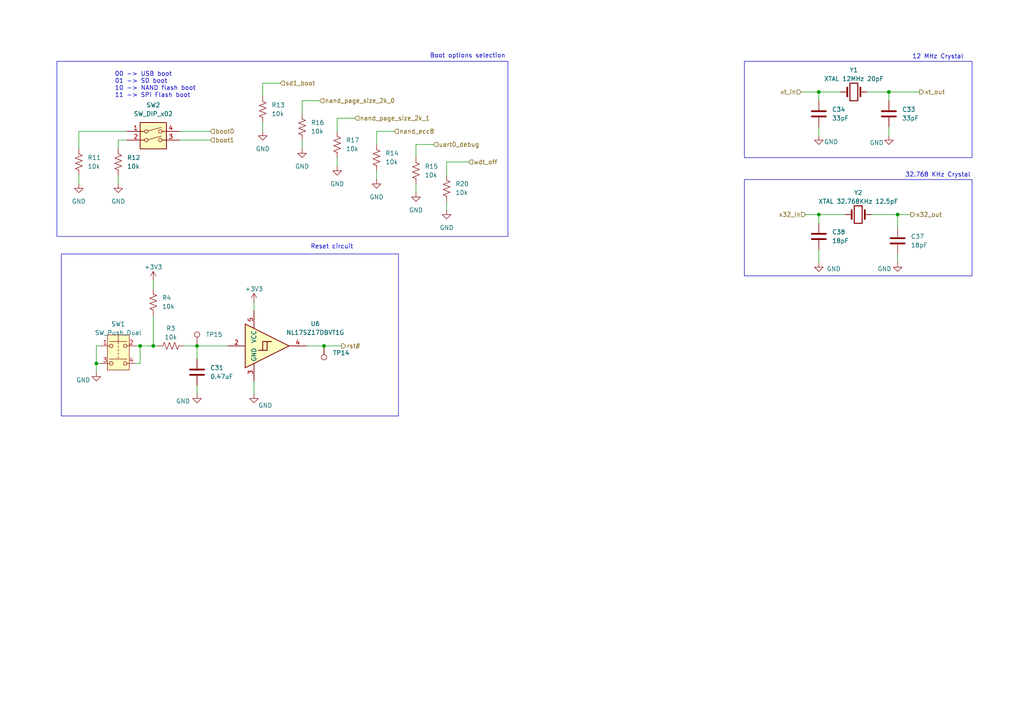
<source format=kicad_sch>
(kicad_sch (version 20250114) (generator "eeschema") (generator_version "9.0")
  (paper "A4")
  (lib_symbols
    (symbol "74xGxx:74AUP1G17"
      (property "Reference" "U" (at 0 3.81 0))
      (property "Value" "74AUP1G17" (at 0 -3.81 0))
      (symbol "74AUP1G17_0_1"
        (polyline (pts (xy -7.62 6.35) (xy -7.62 -6.35) (xy 5.08 0) (xy -7.62 6.35)) (stroke (width 0.254)) (fill (type background)))
        (polyline (pts (xy -3.81 -1.27) (xy -2.54 -1.27) (xy -2.54 1.27) (xy -1.27 1.27)) (stroke (width 0.254)) (fill (type background)))
        (polyline (pts (xy -2.54 -1.27) (xy -1.27 -1.27) (xy -1.27 1.27) (xy 0 1.27)) (stroke (width 0.254)) (fill (type background)))
      )
      (symbol "74AUP1G17_1_1"
        (pin input line (at -12.7 0 0) (length 5.08) (name "~") (number "2"))
        (pin no_connect line (at -7.62 5.08 180) (length 5.08) (hide yes) (name "NC") (number "1"))
        (pin power_in line (at -5.08 10.16 270) (length 5.08) (name "VCC") (number "5"))
        (pin power_in line (at -5.08 -10.16 90) (length 5.08) (name "GND") (number "3"))
        (pin output line (at 10.16 0 180) (length 5.08) (name "~") (number "4"))
      )
    )
    (symbol "Connector:TestPoint" (pin_numbers (hide yes)) (pin_names (offset 0.762) (hide yes))
      (property "Reference" "TP" (at 0 6.858 0))
      (property "Value" "TestPoint" (at 0 5.08 0))
      (symbol "TestPoint_0_1"
        (circle (center 0 3.302) (radius 0.762))
      )
      (symbol "TestPoint_1_1"
        (pin passive line (at 0 0 90) (length 2.54) (name "1") (number "1"))
      )
    )
    (symbol "Device:C" (pin_numbers (hide yes)) (pin_names (offset 0.254))
      (property "Reference" "C" (at 0.635 2.54 0))
      (property "Value" "C" (at 0.635 -2.54 0))
      (symbol "C_0_1"
        (polyline (pts (xy -2.032 0.762) (xy 2.032 0.762)) (stroke (width 0.508)))
        (polyline (pts (xy -2.032 -0.762) (xy 2.032 -0.762)) (stroke (width 0.508)))
      )
      (symbol "C_1_1"
        (pin passive line (at 0 3.81 270) (length 2.794) (name "~") (number "1"))
        (pin passive line (at 0 -3.81 90) (length 2.794) (name "~") (number "2"))
      )
    )
    (symbol "Device:Crystal" (pin_numbers (hide yes)) (pin_names (offset 1.016) (hide yes))
      (property "Reference" "Y" (at 0 3.81 0))
      (property "Value" "Crystal" (at 0 -3.81 0))
      (symbol "Crystal_0_1"
        (polyline (pts (xy -2.54 0) (xy -1.905 0)))
        (polyline (pts (xy -1.905 -1.27) (xy -1.905 1.27)) (stroke (width 0.508)))
        (rectangle (start -1.143 2.54) (end 1.143 -2.54) (stroke (width 0.3048)))
        (polyline (pts (xy 1.905 -1.27) (xy 1.905 1.27)) (stroke (width 0.508)))
        (polyline (pts (xy 2.54 0) (xy 1.905 0)))
      )
      (symbol "Crystal_1_1"
        (pin passive line (at -3.81 0 0) (length 1.27) (name "1") (number "1"))
        (pin passive line (at 3.81 0 180) (length 1.27) (name "2") (number "2"))
      )
    )
    (symbol "Device:R_US" (pin_numbers (hide yes)) (pin_names (offset 0))
      (property "Reference" "R" (at 2.54 0 90))
      (property "Value" "R_US" (at -2.54 0 90))
      (symbol "R_US_0_1"
        (polyline (pts (xy 0 2.286) (xy 0 2.54)))
        (polyline (pts (xy 0 2.286) (xy 1.016 1.905) (xy 0 1.524) (xy -1.016 1.143) (xy 0 0.762)))
        (polyline (pts (xy 0 0.762) (xy 1.016 0.381) (xy 0 0) (xy -1.016 -0.381) (xy 0 -0.762)))
        (polyline (pts (xy 0 -0.762) (xy 1.016 -1.143) (xy 0 -1.524) (xy -1.016 -1.905) (xy 0 -2.286)))
        (polyline (pts (xy 0 -2.286) (xy 0 -2.54)))
      )
      (symbol "R_US_1_1"
        (pin passive line (at 0 3.81 270) (length 1.27) (name "~") (number "1"))
        (pin passive line (at 0 -3.81 90) (length 1.27) (name "~") (number "2"))
      )
    )
    (symbol "Switch:SW_DIP_x02" (pin_names (offset 0) (hide yes))
      (property "Reference" "SW" (at 0 6.35 0))
      (property "Value" "SW_DIP_x02" (at 0 -3.81 0))
      (symbol "SW_DIP_x02_0_0"
        (circle (center -2.032 2.54) (radius 0.508))
        (circle (center -2.032 0) (radius 0.508))
        (polyline (pts (xy -1.524 2.667) (xy 2.3622 3.7084)))
        (polyline (pts (xy -1.524 0.127) (xy 2.3622 1.1684)))
        (circle (center 2.032 2.54) (radius 0.508))
        (circle (center 2.032 0) (radius 0.508))
      )
      (symbol "SW_DIP_x02_0_1"
        (rectangle (start -3.81 5.08) (end 3.81 -2.54) (stroke (width 0.254)) (fill (type background)))
      )
      (symbol "SW_DIP_x02_1_1"
        (pin passive line (at -7.62 2.54 0) (length 5.08) (name "~") (number "1"))
        (pin passive line (at -7.62 0 0) (length 5.08) (name "~") (number "2"))
        (pin passive line (at 7.62 2.54 180) (length 5.08) (name "~") (number "4"))
        (pin passive line (at 7.62 0 180) (length 5.08) (name "~") (number "3"))
      )
    )
    (symbol "Switch:SW_Push_Dual" (pin_names (offset 1.016) (hide yes))
      (property "Reference" "SW" (at 0 7.62 0))
      (property "Value" "SW_Push_Dual" (at 0 -6.35 0))
      (symbol "SW_Push_Dual_0_1"
        (circle (center -2.032 2.54) (radius 0.508))
        (circle (center -2.032 -2.54) (radius 0.508))
        (polyline (pts (xy 0 3.81) (xy 0 5.588)))
        (polyline (pts (xy 0 3.048) (xy 0 3.556)))
        (polyline (pts (xy 0 2.032) (xy 0 2.54)))
        (polyline (pts (xy 0 1.016) (xy 0 1.524)))
        (polyline (pts (xy 0 0.508) (xy 0 0)))
        (polyline (pts (xy 0 -0.508) (xy 0 -1.016)))
        (circle (center 2.032 2.54) (radius 0.508))
        (circle (center 2.032 -2.54) (radius 0.508))
        (polyline (pts (xy 2.54 3.81) (xy -2.54 3.81)))
        (polyline (pts (xy 2.54 -1.27) (xy -2.54 -1.27)))
        (pin passive line (at -5.08 2.54 0) (length 2.54) (name "1") (number "1"))
        (pin passive line (at -5.08 -2.54 0) (length 2.54) (name "3") (number "3"))
        (pin passive line (at 5.08 2.54 180) (length 2.54) (name "2") (number "2"))
        (pin passive line (at 5.08 -2.54 180) (length 2.54) (name "4") (number "4"))
      )
      (symbol "SW_Push_Dual_1_1"
        (rectangle (start -3.175 5.715) (end 3.175 -4.445) (fill (type background)))
      )
    )
    (symbol "power:+3V3" (power) (pin_numbers (hide yes)) (pin_names (offset 0) (hide yes))
      (property "Value" "+3V3" (at 0 3.556 0))
      (symbol "+3V3_0_1"
        (polyline (pts (xy -0.762 1.27) (xy 0 2.54)))
        (polyline (pts (xy 0 2.54) (xy 0.762 1.27)))
        (polyline (pts (xy 0 0) (xy 0 2.54)))
      )
      (symbol "+3V3_1_1"
        (pin power_in line (at 0 0 90) (length 0) (name "~") (number "1"))
      )
    )
    (symbol "power:GND" (power) (pin_numbers (hide yes)) (pin_names (offset 0) (hide yes))
      (property "Value" "GND" (at 0 -3.81 0))
      (symbol "GND_0_1"
        (polyline (pts (xy 0 0) (xy 0 -1.27) (xy 1.27 -1.27) (xy 0 -2.54) (xy -1.27 -1.27) (xy 0 -1.27)))
      )
      (symbol "GND_1_1"
        (pin power_in line (at 0 0 270) (length 0) (name "~") (number "1"))
      )
    )
  )
  (rectangle (start 215.9 17.78) (end 281.94 45.72))
  (rectangle (start 17.78 73.66) (end 115.57 120.65))
  (rectangle (start 16.51 17.78) (end 147.32 68.58))
  (rectangle (start 215.9 52.07) (end 281.94 80.01))
  (text "Boot options selection" (at 135.636 16.256 0) (effects (font (size 1.27 1.27))))
  (text "Reset circuit" (at 96.266 71.628 0) (effects (font (size 1.27 1.27))))
  (text "00 -> USB boot\n01 -> SD boot\n10 -> NAND flash boot\n11 -> SPI Flash boot" (at 33.274 24.638 0) (effects (font (size 1.27 1.27)) (justify left)))
  (text "12 MHz Crystal" (at 272.034 16.51 0) (effects (font (size 1.27 1.27))))
  (text "32.768 KHz Crystal" (at 272.034 50.8 0) (effects (font (size 1.27 1.27))))
  (junction (at 260.35 62.23))
  (junction (at 40.64 100.33))
  (junction (at 257.81 26.67))
  (junction (at 237.49 62.23))
  (junction (at 93.98 100.33))
  (junction (at 57.15 100.33))
  (junction (at 237.49 26.67))
  (junction (at 44.45 100.33))
  (junction (at 27.94 105.41))
  (wire (pts (xy 57.15 100.33) (xy 57.15 104.14)))
  (wire (pts (xy 102.87 34.29) (xy 97.79 34.29)))
  (wire (pts (xy 237.49 72.39) (xy 237.49 76.2)))
  (wire (pts (xy 53.34 100.33) (xy 57.15 100.33)))
  (wire (pts (xy 260.35 62.23) (xy 260.35 66.04)))
  (wire (pts (xy 120.65 53.34) (xy 120.65 55.88)))
  (wire (pts (xy 260.35 73.66) (xy 260.35 76.2)))
  (wire (pts (xy 97.79 45.72) (xy 97.79 48.26)))
  (wire (pts (xy 129.54 58.42) (xy 129.54 60.96)))
  (wire (pts (xy 251.46 26.67) (xy 257.81 26.67)))
  (wire (pts (xy 88.9 100.33) (xy 93.98 100.33)))
  (wire (pts (xy 232.41 26.67) (xy 237.49 26.67)))
  (wire (pts (xy 39.37 105.41) (xy 40.64 105.41)))
  (wire (pts (xy 29.21 100.33) (xy 27.94 100.33)))
  (wire (pts (xy 76.2 24.13) (xy 76.2 27.94)))
  (wire (pts (xy 97.79 34.29) (xy 97.79 38.1)))
  (wire (pts (xy 93.98 100.33) (xy 99.06 100.33)))
  (wire (pts (xy 237.49 62.23) (xy 245.11 62.23)))
  (wire (pts (xy 34.29 43.18) (xy 34.29 40.64)))
  (wire (pts (xy 87.63 40.64) (xy 87.63 43.18)))
  (wire (pts (xy 22.86 38.1) (xy 22.86 43.18)))
  (wire (pts (xy 109.22 38.1) (xy 109.22 41.91)))
  (wire (pts (xy 36.83 38.1) (xy 22.86 38.1)))
  (wire (pts (xy 57.15 100.33) (xy 66.04 100.33)))
  (wire (pts (xy 233.68 62.23) (xy 237.49 62.23)))
  (wire (pts (xy 120.65 41.91) (xy 120.65 45.72)))
  (wire (pts (xy 257.81 26.67) (xy 266.7 26.67)))
  (wire (pts (xy 34.29 40.64) (xy 36.83 40.64)))
  (wire (pts (xy 237.49 26.67) (xy 237.49 29.21)))
  (wire (pts (xy 114.3 38.1) (xy 109.22 38.1)))
  (wire (pts (xy 73.66 87.63) (xy 73.66 90.17)))
  (wire (pts (xy 243.84 26.67) (xy 237.49 26.67)))
  (wire (pts (xy 40.64 100.33) (xy 44.45 100.33)))
  (wire (pts (xy 27.94 105.41) (xy 29.21 105.41)))
  (wire (pts (xy 73.66 110.49) (xy 73.66 114.3)))
  (wire (pts (xy 76.2 35.56) (xy 76.2 38.1)))
  (wire (pts (xy 40.64 100.33) (xy 40.64 105.41)))
  (wire (pts (xy 27.94 100.33) (xy 27.94 105.41)))
  (wire (pts (xy 129.54 46.99) (xy 135.89 46.99)))
  (wire (pts (xy 237.49 36.83) (xy 237.49 39.37)))
  (wire (pts (xy 57.15 111.76) (xy 57.15 114.3)))
  (wire (pts (xy 252.73 62.23) (xy 260.35 62.23)))
  (wire (pts (xy 257.81 36.83) (xy 257.81 39.37)))
  (wire (pts (xy 27.94 105.41) (xy 27.94 107.95)))
  (wire (pts (xy 92.71 29.21) (xy 87.63 29.21)))
  (wire (pts (xy 34.29 50.8) (xy 34.29 53.34)))
  (wire (pts (xy 52.07 40.64) (xy 60.96 40.64)))
  (wire (pts (xy 81.28 24.13) (xy 76.2 24.13)))
  (wire (pts (xy 44.45 81.28) (xy 44.45 83.82)))
  (wire (pts (xy 52.07 38.1) (xy 60.96 38.1)))
  (wire (pts (xy 22.86 50.8) (xy 22.86 53.34)))
  (wire (pts (xy 260.35 62.23) (xy 264.16 62.23)))
  (wire (pts (xy 237.49 64.77) (xy 237.49 62.23)))
  (wire (pts (xy 257.81 26.67) (xy 257.81 29.21)))
  (wire (pts (xy 39.37 100.33) (xy 40.64 100.33)))
  (wire (pts (xy 125.73 41.91) (xy 120.65 41.91)))
  (wire (pts (xy 44.45 91.44) (xy 44.45 100.33)))
  (wire (pts (xy 87.63 29.21) (xy 87.63 33.02)))
  (wire (pts (xy 129.54 46.99) (xy 129.54 50.8)))
  (wire (pts (xy 109.22 49.53) (xy 109.22 52.07)))
  (wire (pts (xy 44.45 100.33) (xy 45.72 100.33)))
  (hierarchical_label "rst#" (shape output) (at 99.06 100.33 0))
  (hierarchical_label "nand_ecc8" (shape input) (at 114.3 38.1 0))
  (hierarchical_label "boot0" (shape input) (at 60.96 38.1 0))
  (hierarchical_label "wdt_off" (shape input) (at 135.89 46.99 0))
  (hierarchical_label "x32_in" (shape input) (at 233.68 62.23 180))
  (hierarchical_label "x32_out" (shape output) (at 264.16 62.23 0))
  (hierarchical_label "xt_out" (shape output) (at 266.7 26.67 0))
  (hierarchical_label "sd1_boot" (shape input) (at 81.28 24.13 0))
  (hierarchical_label "nand_page_size_2k_1" (shape input) (at 102.87 34.29 0))
  (hierarchical_label "uart0_debug" (shape input) (at 125.73 41.91 0))
  (hierarchical_label "boot1" (shape input) (at 60.96 40.64 0))
  (hierarchical_label "xt_in" (shape input) (at 232.41 26.67 180))
  (hierarchical_label "nand_page_size_2k_0" (shape input) (at 92.71 29.21 0))
  (symbol (lib_id "power:GND") (at 87.63 43.18 0) (unit 1)
    (property "Reference" "#PWR090" (effects (hide yes)))
    (property "Value" "GND" (at 87.63 48.26 0))
    (property "Description" "Power symbol creates a global label with name \"GND\" , ground" (effects (hide yes)))
  )
  (symbol (lib_id "Device:C") (at 237.49 68.58 0) (unit 1)
    (property "Reference" "C38" (at 241.3 67.3099 0) (effects (justify left)))
    (property "Value" "18pF" (at 241.3 69.8499 0) (effects (justify left)))
    (property "Description" "Unpolarized capacitor" (effects (hide yes)))
  )
  (symbol (lib_id "Device:R_US") (at 129.54 54.61 0) (unit 1)
    (property "Reference" "R20" (at 132.08 53.3399 0) (effects (justify left)))
    (property "Value" "10k" (at 132.08 55.8799 0) (effects (justify left)))
    (property "Description" "Resistor, US symbol" (effects (hide yes)))
  )
  (symbol (lib_id "power:GND") (at 27.94 107.95 0) (unit 1)
    (property "Reference" "#PWR045" (effects (hide yes)))
    (property "Value" "GND" (at 24.13 110.236 0))
    (property "Description" "Power symbol creates a global label with name \"GND\" , ground" (effects (hide yes)))
  )
  (symbol (lib_id "Device:R_US") (at 87.63 36.83 0) (unit 1)
    (property "Reference" "R16" (at 90.17 35.5599 0) (effects (justify left)))
    (property "Value" "10k" (at 90.17 38.0999 0) (effects (justify left)))
    (property "Description" "Resistor, US symbol" (effects (hide yes)))
  )
  (symbol (lib_id "Device:R_US") (at 120.65 49.53 0) (unit 1)
    (property "Reference" "R15" (at 123.19 48.2599 0) (effects (justify left)))
    (property "Value" "10k" (at 123.19 50.7999 0) (effects (justify left)))
    (property "Description" "Resistor, US symbol" (effects (hide yes)))
  )
  (symbol (lib_id "power:+3V3") (at 73.66 87.63 0) (unit 1)
    (property "Reference" "#PWR049" (effects (hide yes)))
    (property "Value" "+3V3" (at 73.66 83.82 0))
    (property "Description" "Power symbol creates a global label with name \"+3V3\"" (effects (hide yes)))
  )
  (symbol (lib_id "Device:R_US") (at 44.45 87.63 0) (unit 1)
    (property "Reference" "R4" (at 46.99 86.3599 0) (effects (justify left)))
    (property "Value" "10k" (at 46.99 88.8999 0) (effects (justify left)))
    (property "Description" "Resistor, US symbol" (effects (hide yes)))
  )
  (symbol (lib_id "Device:R_US") (at 34.29 46.99 0) (unit 1)
    (property "Reference" "R12" (at 36.83 45.7199 0) (effects (justify left)))
    (property "Value" "10k" (at 36.83 48.2599 0) (effects (justify left)))
    (property "Description" "Resistor, US symbol" (effects (hide yes)))
  )
  (symbol (lib_id "Device:R_US") (at 97.79 41.91 0) (unit 1)
    (property "Reference" "R17" (at 100.33 40.6399 0) (effects (justify left)))
    (property "Value" "10k" (at 100.33 43.1799 0) (effects (justify left)))
    (property "Description" "Resistor, US symbol" (effects (hide yes)))
  )
  (symbol (lib_id "Device:Crystal") (at 248.92 62.23 0) (unit 1)
    (property "Reference" "Y2" (at 248.92 55.88 0))
    (property "Value" "XTAL 32.768KHz 12.5pF" (at 248.92 58.42 0))
    (property "Datasheet" "https://www.jauch.com/downloadfile/57fdee275913a_20d22ff4fb2819939c7d/jtx310.pdf" (effects (hide yes)))
    (property "Description" "32.768 kHz ±20ppm Crystal 12.5pF 70 kOhms 2-SMD, No Lead" (effects (hide yes)))
    (property "Digikey" "https://www.digikey.com/en/products/detail/jauch-quartz/Q-0-032768-JTX310-12-5-20-T2-70K-LF/26600916" (effects (hide yes)))
    (property "Mfr." "Jauch Quartz" (effects (hide yes)))
    (property "Mfr. P/N" "Q 0,032768-JTX310-12,5-20-T2-70K-LF" (effects (hide yes)))
  )
  (symbol (lib_id "74xGxx:74AUP1G17") (at 78.74 100.33 0) (unit 1)
    (property "Reference" "U6" (at 91.44 93.9098 0))
    (property "Value" "NL17SZ17DBVT1G" (at 91.44 96.4498 0))
    (property "Footprint" "Package_TO_SOT_SMD:SC-74A-5_1.55x2.9mm_P0.95mm" (effects (hide yes)))
    (property "Datasheet" "https://www.onsemi.com/pdf/datasheet/nl17sz17-d.pdf" (effects (hide yes)))
    (property "Description" "IC BUFFER NON-INVERT 5.5V SC-74A" (effects (hide yes)))
    (property "Digikey" "https://www.digikey.com/en/products/detail/onsemi/NL17SZ17DBVT1G/10273446" (effects (hide yes)))
    (property "Mfr." "onsemi" (effects (hide yes)))
    (property "Mfr. P/N" "NL17SZ17DBVT1G" (effects (hide yes)))
  )
  (symbol (lib_id "power:GND") (at 22.86 53.34 0) (unit 1)
    (property "Reference" "#PWR085" (effects (hide yes)))
    (property "Value" "GND" (at 22.86 58.42 0))
    (property "Description" "Power symbol creates a global label with name \"GND\" , ground" (effects (hide yes)))
  )
  (symbol (lib_id "Device:R_US") (at 49.53 100.33 90) (unit 1)
    (property "Reference" "R3" (at 49.53 95.25 90))
    (property "Value" "10k" (at 49.53 97.79 90))
    (property "Description" "Resistor, US symbol" (effects (hide yes)))
  )
  (symbol (lib_id "power:GND") (at 73.66 114.3 0) (unit 1)
    (property "Reference" "#PWR048" (effects (hide yes)))
    (property "Value" "GND" (at 76.962 117.602 0))
    (property "Description" "Power symbol creates a global label with name \"GND\" , ground" (effects (hide yes)))
  )
  (symbol (lib_id "Device:C") (at 57.15 107.95 0) (unit 1)
    (property "Reference" "C31" (at 60.96 106.6799 0) (effects (justify left)))
    (property "Value" "0.47uF" (at 60.96 109.2199 0) (effects (justify left)))
    (property "Description" "Unpolarized capacitor" (effects (hide yes)))
  )
  (symbol (lib_id "Device:R_US") (at 22.86 46.99 0) (unit 1)
    (property "Reference" "R11" (at 25.4 45.7199 0) (effects (justify left)))
    (property "Value" "10k" (at 25.4 48.2599 0) (effects (justify left)))
    (property "Description" "Resistor, US symbol" (effects (hide yes)))
  )
  (symbol (lib_id "Connector:TestPoint") (at 93.98 100.33 180) (unit 1)
    (property "Reference" "TP14" (at 96.52 102.3619 0) (effects (justify right)))
    (property "Value" "TestPoint" (effects (hide yes)))
    (property "Description" "test point" (effects (hide yes)))
  )
  (symbol (lib_id "Device:C") (at 257.81 33.02 0) (unit 1)
    (property "Reference" "C33" (at 261.62 31.7499 0) (effects (justify left)))
    (property "Value" "33pF" (at 261.62 34.2899 0) (effects (justify left)))
    (property "Description" "Unpolarized capacitor" (effects (hide yes)))
  )
  (symbol (lib_id "power:GND") (at 237.49 76.2 0) (unit 1)
    (property "Reference" "#PWR063" (effects (hide yes)))
    (property "Value" "GND" (at 241.808 77.978 0))
    (property "Description" "Power symbol creates a global label with name \"GND\" , ground" (effects (hide yes)))
  )
  (symbol (lib_id "power:GND") (at 97.79 48.26 0) (unit 1)
    (property "Reference" "#PWR091" (effects (hide yes)))
    (property "Value" "GND" (at 97.79 53.34 0))
    (property "Description" "Power symbol creates a global label with name \"GND\" , ground" (effects (hide yes)))
  )
  (symbol (lib_id "Switch:SW_DIP_x02") (at 44.45 40.64 0) (unit 1)
    (property "Reference" "SW2" (at 44.45 30.48 0))
    (property "Value" "SW_DIP_x02" (at 44.45 33.02 0))
    (property "Description" "2x DIP Switch, Single Pole Single Throw (SPST) switch, small symbol" (effects (hide yes)))
  )
  (symbol (lib_id "power:+3V3") (at 44.45 81.28 0) (unit 1)
    (property "Reference" "#PWR047" (effects (hide yes)))
    (property "Value" "+3V3" (at 44.45 77.47 0))
    (property "Description" "Power symbol creates a global label with name \"+3V3\"" (effects (hide yes)))
  )
  (symbol (lib_id "Device:Crystal") (at 247.65 26.67 0) (unit 1)
    (property "Reference" "Y1" (at 247.65 20.32 0))
    (property "Value" "XTAL 12MHz 20pF" (at 247.65 22.86 0))
    (property "Datasheet" "https://www.yic.com.tw/wp-content/uploads/2019/05/YIC-49US-49SL-49SMT-49SLMT.pdf" (effects (hide yes)))
    (property "Description" "12 MHz ±30ppm Crystal 20pF 50 Ohms HC-49/US" (effects (hide yes)))
    (property "Digikey" "https://www.digikey.com/en/products/detail/yic/12M20P2-49SMT/15648605" (effects (hide yes)))
    (property "Mfr." "YIC" (effects (hide yes)))
    (property "Mfr. P/N" "12M20P2/49SMT" (effects (hide yes)))
  )
  (symbol (lib_id "power:GND") (at 57.15 114.3 0) (unit 1)
    (property "Reference" "#PWR046" (effects (hide yes)))
    (property "Value" "GND" (at 53.086 116.332 0))
    (property "Description" "Power symbol creates a global label with name \"GND\" , ground" (effects (hide yes)))
  )
  (symbol (lib_id "Device:R_US") (at 76.2 31.75 0) (unit 1)
    (property "Reference" "R13" (at 78.74 30.4799 0) (effects (justify left)))
    (property "Value" "10k" (at 78.74 33.0199 0) (effects (justify left)))
    (property "Description" "Resistor, US symbol" (effects (hide yes)))
  )
  (symbol (lib_id "Device:C") (at 260.35 69.85 0) (unit 1)
    (property "Reference" "C37" (at 264.16 68.5799 0) (effects (justify left)))
    (property "Value" "18pF" (at 264.16 71.1199 0) (effects (justify left)))
    (property "Description" "Unpolarized capacitor" (effects (hide yes)))
  )
  (symbol (lib_id "Device:R_US") (at 109.22 45.72 0) (unit 1)
    (property "Reference" "R14" (at 111.76 44.4499 0) (effects (justify left)))
    (property "Value" "10k" (at 111.76 46.9899 0) (effects (justify left)))
    (property "Description" "Resistor, US symbol" (effects (hide yes)))
  )
  (symbol (lib_id "power:GND") (at 129.54 60.96 0) (unit 1)
    (property "Reference" "#PWR094" (effects (hide yes)))
    (property "Value" "GND" (at 129.54 66.04 0))
    (property "Description" "Power symbol creates a global label with name \"GND\" , ground" (effects (hide yes)))
  )
  (symbol (lib_id "Switch:SW_Push_Dual") (at 34.29 102.87 0) (unit 1)
    (property "Reference" "SW1" (at 34.29 93.98 0))
    (property "Value" "SW_Push_Dual" (at 34.29 96.52 0))
    (property "Description" "Push button switch, generic, symbol, four pins" (effects (hide yes)))
  )
  (symbol (lib_id "power:GND") (at 257.81 39.37 0) (unit 1)
    (property "Reference" "#PWR060" (effects (hide yes)))
    (property "Value" "GND" (at 254.254 41.402 0))
    (property "Description" "Power symbol creates a global label with name \"GND\" , ground" (effects (hide yes)))
  )
  (symbol (lib_id "power:GND") (at 237.49 39.37 0) (unit 1)
    (property "Reference" "#PWR061" (effects (hide yes)))
    (property "Value" "GND" (at 241.046 41.148 0))
    (property "Description" "Power symbol creates a global label with name \"GND\" , ground" (effects (hide yes)))
  )
  (symbol (lib_id "Connector:TestPoint") (at 57.15 100.33 0) (unit 1)
    (property "Reference" "TP15" (at 59.69 97.0279 0) (effects (justify left)))
    (property "Value" "TestPoint" (effects (hide yes)))
    (property "Description" "test point" (effects (hide yes)))
  )
  (symbol (lib_id "power:GND") (at 260.35 76.2 0) (unit 1)
    (property "Reference" "#PWR062" (effects (hide yes)))
    (property "Value" "GND" (at 256.54 77.978 0))
    (property "Description" "Power symbol creates a global label with name \"GND\" , ground" (effects (hide yes)))
  )
  (symbol (lib_id "power:GND") (at 34.29 53.34 0) (unit 1)
    (property "Reference" "#PWR086" (effects (hide yes)))
    (property "Value" "GND" (at 34.29 58.42 0))
    (property "Description" "Power symbol creates a global label with name \"GND\" , ground" (effects (hide yes)))
  )
  (symbol (lib_id "power:GND") (at 109.22 52.07 0) (unit 1)
    (property "Reference" "#PWR088" (effects (hide yes)))
    (property "Value" "GND" (at 109.22 57.15 0))
    (property "Description" "Power symbol creates a global label with name \"GND\" , ground" (effects (hide yes)))
  )
  (symbol (lib_id "Device:C") (at 237.49 33.02 0) (unit 1)
    (property "Reference" "C34" (at 241.3 31.7499 0) (effects (justify left)))
    (property "Value" "33pF" (at 241.3 34.2899 0) (effects (justify left)))
    (property "Description" "Unpolarized capacitor" (effects (hide yes)))
  )
  (symbol (lib_id "power:GND") (at 76.2 38.1 0) (unit 1)
    (property "Reference" "#PWR087" (effects (hide yes)))
    (property "Value" "GND" (at 76.2 43.18 0))
    (property "Description" "Power symbol creates a global label with name \"GND\" , ground" (effects (hide yes)))
  )
  (symbol (lib_id "power:GND") (at 120.65 55.88 0) (unit 1)
    (property "Reference" "#PWR089" (effects (hide yes)))
    (property "Value" "GND" (at 120.65 60.96 0))
    (property "Description" "Power symbol creates a global label with name \"GND\" , ground" (effects (hide yes)))
  )
)
</source>
